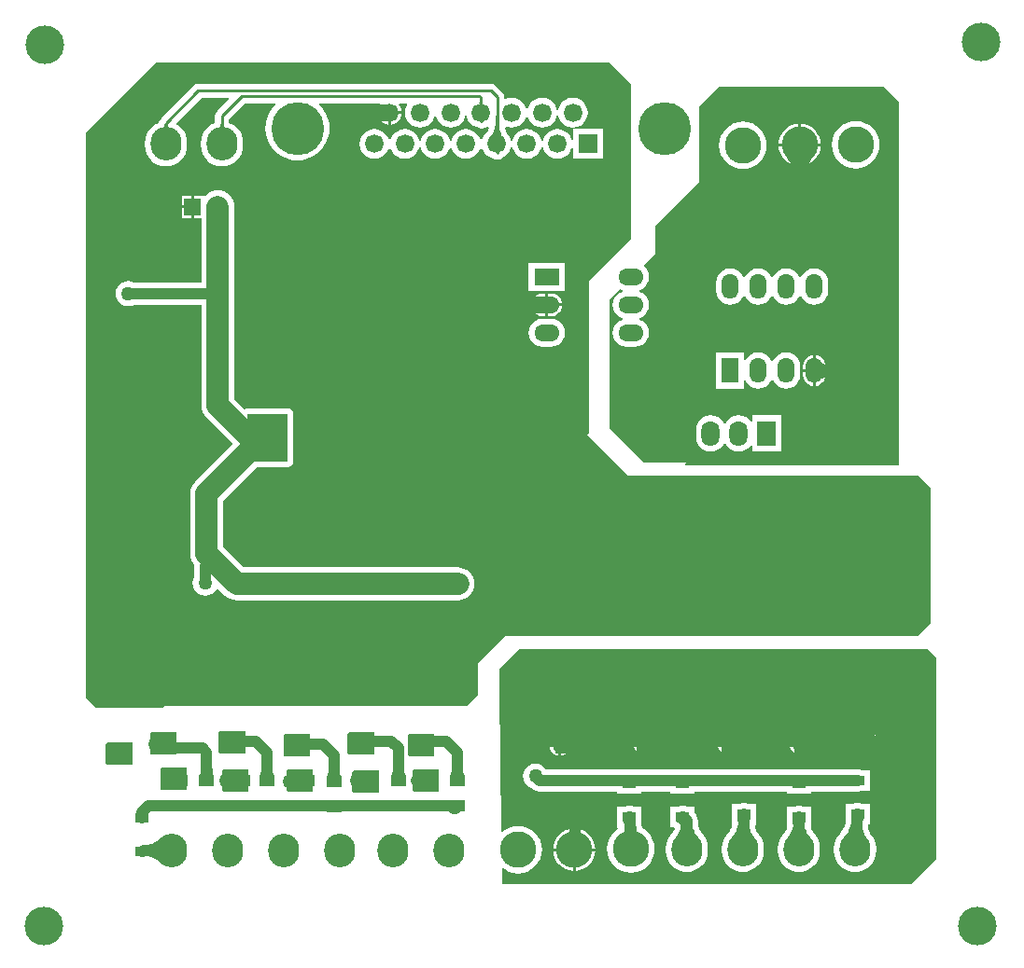
<source format=gbl>
G04*
G04 #@! TF.GenerationSoftware,Altium Limited,Altium Designer,20.1.12 (249)*
G04*
G04 Layer_Physical_Order=2*
G04 Layer_Color=16711680*
%FSTAX24Y24*%
%MOIN*%
G70*
G04*
G04 #@! TF.SameCoordinates,16AA3A95-E13F-4B7F-BF52-5902ACF92DE2*
G04*
G04*
G04 #@! TF.FilePolarity,Positive*
G04*
G01*
G75*
%ADD17C,0.0100*%
%ADD20R,0.0550X0.0394*%
%ADD30R,0.0472X0.0354*%
%ADD31R,0.0472X0.0354*%
%ADD65C,0.0591*%
%ADD66C,0.0394*%
%ADD67C,0.0787*%
%ADD68C,0.1890*%
%ADD69C,0.0665*%
%ADD70R,0.0665X0.0665*%
%ADD71O,0.1100X0.1200*%
%ADD72C,0.1300*%
%ADD73O,0.0650X0.0900*%
%ADD74R,0.0650X0.0900*%
%ADD75R,0.0600X0.0900*%
%ADD76O,0.0600X0.0900*%
%ADD77O,0.0900X0.0600*%
%ADD78R,0.0900X0.0600*%
%ADD79C,0.0591*%
%ADD80R,0.0591X0.0591*%
%ADD81C,0.1378*%
%ADD82C,0.0500*%
%ADD83C,0.0394*%
G36*
X045372Y047806D02*
Y034806D01*
X037744D01*
X037723Y03483D01*
X037734Y034887D01*
X037772Y034906D01*
X037675D01*
X037675Y034906D01*
X037674Y034906D01*
X036272D01*
X035022Y036156D01*
Y040756D01*
X03539Y041124D01*
X035399Y041116D01*
X035493Y041077D01*
Y041023D01*
X035399Y040984D01*
X035296Y040904D01*
X035216Y040801D01*
X035166Y04068D01*
X035149Y04055D01*
X035166Y04042D01*
X035216Y040299D01*
X035296Y040196D01*
X035399Y040116D01*
X035493Y040077D01*
Y040023D01*
X035399Y039984D01*
X035296Y039904D01*
X035216Y039801D01*
X035166Y03968D01*
X035149Y03955D01*
X035166Y03942D01*
X035216Y039299D01*
X035296Y039196D01*
X035399Y039116D01*
X03552Y039066D01*
X03565Y039049D01*
X03595D01*
X03608Y039066D01*
X036201Y039116D01*
X036304Y039196D01*
X036384Y039299D01*
X036434Y03942D01*
X036451Y03955D01*
X036434Y03968D01*
X036384Y039801D01*
X036304Y039904D01*
X036201Y039984D01*
X036107Y040023D01*
Y040077D01*
X036201Y040116D01*
X036304Y040196D01*
X036384Y040299D01*
X036434Y04042D01*
X036451Y04055D01*
X036434Y04068D01*
X036384Y040801D01*
X036304Y040904D01*
X036201Y040984D01*
X036107Y041023D01*
Y041077D01*
X036201Y041116D01*
X036304Y041196D01*
X036384Y041299D01*
X036434Y04142D01*
X036451Y04155D01*
X036434Y04168D01*
X036384Y041801D01*
X036304Y041904D01*
X036259Y041939D01*
X036255Y041989D01*
X036661Y042395D01*
Y043395D01*
X038222Y044956D01*
Y047656D01*
X038922Y048356D01*
X044822D01*
X045372Y047806D01*
D02*
G37*
G36*
X0358Y04845D02*
Y0429D01*
X0343Y0414D01*
Y03595D01*
X03425Y0359D01*
X0357Y03445D01*
X04605D01*
X0465Y034D01*
Y02915D01*
X04605Y0287D01*
X0313D01*
X03035Y02775D01*
Y0266D01*
X02995Y0262D01*
X01915D01*
X0191Y02615D01*
X0167D01*
X01635Y0265D01*
Y0467D01*
X01885Y0492D01*
X03505D01*
X0358Y04845D01*
D02*
G37*
G36*
X022027Y024519D02*
X021127D01*
X021077Y024569D01*
Y025269D01*
X021127Y025319D01*
X022027D01*
Y024519D01*
D02*
G37*
G36*
X026627Y024469D02*
X025727D01*
X025677Y024519D01*
Y025219D01*
X025727Y025269D01*
X026627D01*
Y024469D01*
D02*
G37*
G36*
X019577D02*
X018677D01*
X018627Y024519D01*
Y025219D01*
X018677Y025269D01*
X019577D01*
Y024469D01*
D02*
G37*
G36*
X028777Y024419D02*
X027877D01*
X027827Y024469D01*
Y025169D01*
X027877Y025219D01*
X028777D01*
Y024419D01*
D02*
G37*
G36*
X02435Y0244D02*
X02345D01*
X0234Y02445D01*
Y02515D01*
X02345Y0252D01*
X02435D01*
Y0244D01*
D02*
G37*
G36*
X018Y0241D02*
X0171D01*
X01705Y02415D01*
Y02485D01*
X0171Y0249D01*
X018D01*
Y0241D01*
D02*
G37*
G36*
X029798Y024065D02*
X029809Y023887D01*
X029816Y023844D01*
X029825Y023809D01*
X029835Y023781D01*
X029846Y023761D01*
X029859Y02375D01*
X029874Y023746D01*
X029326D01*
X029341Y02375D01*
X029354Y023761D01*
X029365Y023781D01*
X029375Y023809D01*
X029384Y023844D01*
X029391Y023887D01*
X029396Y023939D01*
X029402Y024065D01*
X029403Y024139D01*
X029797D01*
X029798Y024065D01*
D02*
G37*
G36*
X027698D02*
X027709Y023887D01*
X027716Y023844D01*
X027725Y023809D01*
X027735Y023781D01*
X027746Y023761D01*
X027759Y02375D01*
X027774Y023746D01*
X027226D01*
X027241Y02375D01*
X027254Y023761D01*
X027265Y023781D01*
X027275Y023809D01*
X027284Y023844D01*
X027291Y023887D01*
X027296Y023939D01*
X027302Y024065D01*
X027303Y024139D01*
X027697D01*
X027698Y024065D01*
D02*
G37*
G36*
X022998D02*
X023009Y023887D01*
X023016Y023844D01*
X023025Y023809D01*
X023035Y023781D01*
X023046Y023761D01*
X023059Y02375D01*
X023074Y023746D01*
X022526D01*
X022541Y02375D01*
X022554Y023761D01*
X022565Y023781D01*
X022575Y023809D01*
X022584Y023844D01*
X022591Y023887D01*
X022596Y023939D01*
X022602Y024065D01*
X022603Y024139D01*
X022997D01*
X022998Y024065D01*
D02*
G37*
G36*
X020848D02*
X020859Y023887D01*
X020866Y023844D01*
X020875Y023809D01*
X020885Y023781D01*
X020896Y023761D01*
X020909Y02375D01*
X020924Y023746D01*
X020376D01*
X020391Y02375D01*
X020404Y023761D01*
X020415Y023781D01*
X020425Y023809D01*
X020434Y023844D01*
X020441Y023887D01*
X020446Y023939D01*
X020452Y024065D01*
X020453Y024139D01*
X020847D01*
X020848Y024065D01*
D02*
G37*
G36*
X025398Y024015D02*
X025409Y023837D01*
X025416Y023794D01*
X025425Y023759D01*
X025435Y023731D01*
X025446Y023711D01*
X025459Y0237D01*
X025474Y023696D01*
X024926D01*
X024941Y0237D01*
X024954Y023711D01*
X024965Y023731D01*
X024975Y023759D01*
X024984Y023794D01*
X024991Y023837D01*
X024996Y023889D01*
X025002Y024015D01*
X025003Y024089D01*
X025397D01*
X025398Y024015D01*
D02*
G37*
G36*
X01995Y0232D02*
X01905D01*
X019Y02325D01*
Y02395D01*
X01905Y024D01*
X01995D01*
Y0232D01*
D02*
G37*
G36*
X02895Y02315D02*
X02805D01*
X028Y0232D01*
Y0239D01*
X02805Y02395D01*
X02895D01*
Y02315D01*
D02*
G37*
G36*
X02445D02*
X02355D01*
X0235Y0232D01*
Y0239D01*
X02355Y02395D01*
X02445D01*
Y02315D01*
D02*
G37*
G36*
X02215D02*
X02125D01*
X0212Y0232D01*
Y0239D01*
X02125Y02395D01*
X02215D01*
Y02315D01*
D02*
G37*
G36*
X0268Y0231D02*
X0259D01*
X02585Y02315D01*
Y02385D01*
X0259Y0239D01*
X0268D01*
Y0231D01*
D02*
G37*
G36*
X019076Y020555D02*
X019007Y020611D01*
X018875Y020707D01*
X018812Y020746D01*
X018751Y020779D01*
X018692Y020805D01*
X018635Y020826D01*
X01858Y020841D01*
X018527Y02085D01*
X018477Y020853D01*
Y021247D01*
X018527Y02125D01*
X01858Y021259D01*
X018635Y021274D01*
X018692Y021295D01*
X018751Y021321D01*
X018812Y021354D01*
X018875Y021393D01*
X019007Y021489D01*
X019076Y021545D01*
Y020555D01*
D02*
G37*
G36*
X0467Y02795D02*
Y02075D01*
X0458Y01985D01*
X0312D01*
X031192Y020397D01*
X031237Y020419D01*
X031301Y020366D01*
X031448Y020288D01*
X031608Y020239D01*
X031774Y020223D01*
X03194Y020239D01*
X032099Y020288D01*
X032247Y020366D01*
X032376Y020472D01*
X032481Y020601D01*
X03256Y020748D01*
X032608Y020908D01*
X032625Y021074D01*
X032608Y02124D01*
X03256Y021399D01*
X032481Y021547D01*
X032376Y021676D01*
X032247Y021781D01*
X032099Y02186D01*
X03194Y021908D01*
X031774Y021925D01*
X031608Y021908D01*
X031448Y02186D01*
X031301Y021781D01*
X031218Y021714D01*
X031173Y021735D01*
X0311Y02685D01*
Y02755D01*
X0318Y02825D01*
X0464D01*
X0467Y02795D01*
D02*
G37*
%LPC*%
G36*
X041876Y047025D02*
Y046326D01*
X042575D01*
X042565Y046423D01*
X042522Y046565D01*
X042453Y046695D01*
X042359Y046809D01*
X042245Y046903D01*
X042115Y046972D01*
X041973Y047015D01*
X041876Y047025D01*
D02*
G37*
G36*
X041776Y047025D02*
X041679Y047015D01*
X041538Y046972D01*
X041407Y046903D01*
X041293Y046809D01*
X0412Y046695D01*
X04113Y046565D01*
X041087Y046423D01*
X041077Y046326D01*
X041776D01*
Y047025D01*
D02*
G37*
G36*
X042575Y046226D02*
X041876D01*
Y045817D01*
X042286D01*
X042236Y045755D01*
X042191Y045674D01*
X042165Y045607D01*
X042245Y04565D01*
X042359Y045743D01*
X042453Y045858D01*
X042522Y045988D01*
X042565Y046129D01*
X042575Y046226D01*
D02*
G37*
G36*
X041776D02*
X041077D01*
X041087Y046129D01*
X04113Y045988D01*
X0412Y045858D01*
X041293Y045743D01*
X041407Y04565D01*
X041488Y045607D01*
X041461Y045674D01*
X041416Y045755D01*
X041366Y045817D01*
X041776D01*
Y046226D01*
D02*
G37*
G36*
X043826Y047127D02*
X04366Y047111D01*
X043501Y047062D01*
X043353Y046984D01*
X043224Y046878D01*
X043119Y046749D01*
X04304Y046602D01*
X042992Y046442D01*
X042975Y046276D01*
X042992Y04611D01*
X04304Y045951D01*
X043119Y045803D01*
X043224Y045674D01*
X043353Y045569D01*
X043501Y04549D01*
X04366Y045442D01*
X043826Y045425D01*
X043992Y045442D01*
X044152Y04549D01*
X044299Y045569D01*
X044428Y045674D01*
X044534Y045803D01*
X044612Y045951D01*
X044661Y04611D01*
X044677Y046276D01*
X044661Y046442D01*
X044612Y046602D01*
X044534Y046749D01*
X044428Y046878D01*
X044299Y046984D01*
X044152Y047062D01*
X043992Y047111D01*
X043826Y047127D01*
D02*
G37*
G36*
X0398Y047101D02*
X039634Y047085D01*
X039474Y047036D01*
X039327Y046958D01*
X039198Y046852D01*
X039092Y046723D01*
X039014Y046576D01*
X038965Y046416D01*
X038949Y04625D01*
X038965Y046084D01*
X039014Y045924D01*
X039092Y045777D01*
X039198Y045648D01*
X039327Y045542D01*
X039474Y045464D01*
X039634Y045415D01*
X0398Y045399D01*
X039966Y045415D01*
X040126Y045464D01*
X040273Y045542D01*
X040402Y045648D01*
X040508Y045777D01*
X040586Y045924D01*
X040635Y046084D01*
X040651Y04625D01*
X040635Y046416D01*
X040586Y046576D01*
X040508Y046723D01*
X040402Y046852D01*
X040273Y046958D01*
X040126Y047036D01*
X039966Y047085D01*
X0398Y047101D01*
D02*
G37*
G36*
X04235Y041851D02*
X04222Y041834D01*
X042099Y041784D01*
X041996Y041704D01*
X041916Y041601D01*
X041877Y041507D01*
X041823D01*
X041784Y041601D01*
X041704Y041704D01*
X041601Y041784D01*
X04148Y041834D01*
X04135Y041851D01*
X04122Y041834D01*
X041099Y041784D01*
X040996Y041704D01*
X040916Y041601D01*
X040877Y041507D01*
X040823D01*
X040784Y041601D01*
X040704Y041704D01*
X040601Y041784D01*
X04048Y041834D01*
X04035Y041851D01*
X04022Y041834D01*
X040099Y041784D01*
X039996Y041704D01*
X039916Y041601D01*
X039877Y041507D01*
X039823D01*
X039784Y041601D01*
X039704Y041704D01*
X039601Y041784D01*
X03948Y041834D01*
X03935Y041851D01*
X03922Y041834D01*
X039099Y041784D01*
X038996Y041704D01*
X038916Y041601D01*
X038866Y04148D01*
X038849Y04135D01*
Y04105D01*
X038866Y04092D01*
X038916Y040799D01*
X038996Y040696D01*
X039099Y040616D01*
X03922Y040566D01*
X03935Y040549D01*
X03948Y040566D01*
X039601Y040616D01*
X039704Y040696D01*
X039784Y040799D01*
X039823Y040893D01*
X039877D01*
X039916Y040799D01*
X039996Y040696D01*
X040099Y040616D01*
X04022Y040566D01*
X04035Y040549D01*
X04048Y040566D01*
X040601Y040616D01*
X040704Y040696D01*
X040784Y040799D01*
X040823Y040893D01*
X040877D01*
X040916Y040799D01*
X040996Y040696D01*
X041099Y040616D01*
X04122Y040566D01*
X04135Y040549D01*
X04148Y040566D01*
X041601Y040616D01*
X041704Y040696D01*
X041784Y040799D01*
X041823Y040893D01*
X041877D01*
X041916Y040799D01*
X041996Y040696D01*
X042099Y040616D01*
X04222Y040566D01*
X04235Y040549D01*
X04248Y040566D01*
X042601Y040616D01*
X042704Y040696D01*
X042784Y040799D01*
X042834Y04092D01*
X042851Y04105D01*
Y04135D01*
X042834Y04148D01*
X042784Y041601D01*
X042704Y041704D01*
X042601Y041784D01*
X04248Y041834D01*
X04235Y041851D01*
D02*
G37*
G36*
X04135Y038851D02*
X04122Y038834D01*
X041099Y038784D01*
X040996Y038704D01*
X040916Y038601D01*
X040877Y038507D01*
X040823D01*
X040784Y038601D01*
X040704Y038704D01*
X040601Y038784D01*
X04048Y038834D01*
X04035Y038851D01*
X04022Y038834D01*
X040099Y038784D01*
X039996Y038704D01*
X039916Y038601D01*
X039897Y038554D01*
X039847Y038564D01*
Y038847D01*
X038853D01*
Y037553D01*
X039847D01*
Y037836D01*
X039897Y037846D01*
X039916Y037799D01*
X039996Y037696D01*
X040099Y037616D01*
X04022Y037566D01*
X04035Y037549D01*
X04048Y037566D01*
X040601Y037616D01*
X040704Y037696D01*
X040784Y037799D01*
X040823Y037893D01*
X040877D01*
X040916Y037799D01*
X040996Y037696D01*
X041099Y037616D01*
X04122Y037566D01*
X04135Y037549D01*
X04148Y037566D01*
X041601Y037616D01*
X041704Y037696D01*
X041784Y037799D01*
X041834Y03792D01*
X041851Y03805D01*
Y03835D01*
X041834Y03848D01*
X041784Y038601D01*
X041704Y038704D01*
X041601Y038784D01*
X04148Y038834D01*
X04135Y038851D01*
D02*
G37*
G36*
X0424Y038747D02*
Y03825D01*
X042562D01*
Y038562D01*
X04259Y038531D01*
X04262Y038503D01*
X042651Y038478D01*
X042685Y038456D01*
X042719Y038438D01*
X042743Y038429D01*
X04274Y038454D01*
X042699Y038552D01*
X042635Y038635D01*
X042552Y038699D01*
X042454Y03874D01*
X0424Y038747D01*
D02*
G37*
G36*
X0423D02*
X042246Y03874D01*
X042148Y038699D01*
X042065Y038635D01*
X042001Y038552D01*
X04196Y038454D01*
X041947Y03835D01*
Y03825D01*
X0423D01*
Y038747D01*
D02*
G37*
G36*
X042562Y03815D02*
X0424D01*
Y037653D01*
X042454Y03766D01*
X042552Y037701D01*
X042635Y037765D01*
X042699Y037848D01*
X04274Y037946D01*
X042743Y037971D01*
X042719Y037962D01*
X042685Y037944D01*
X042651Y037922D01*
X04262Y037897D01*
X04259Y037869D01*
X042562Y037838D01*
Y03815D01*
D02*
G37*
G36*
X0423D02*
X041947D01*
Y03805D01*
X04196Y037946D01*
X042001Y037848D01*
X042065Y037765D01*
X042148Y037701D01*
X042246Y03766D01*
X0423Y037653D01*
Y03815D01*
D02*
G37*
G36*
X03965Y036601D02*
X039514Y036583D01*
X039387Y036531D01*
X039278Y036447D01*
X039194Y036338D01*
X039175Y036292D01*
X039125D01*
X039106Y036338D01*
X039022Y036447D01*
X038913Y036531D01*
X038786Y036583D01*
X03865Y036601D01*
X038514Y036583D01*
X038387Y036531D01*
X038278Y036447D01*
X038194Y036338D01*
X038142Y036211D01*
X038124Y036075D01*
Y035825D01*
X038142Y035689D01*
X038194Y035562D01*
X038278Y035453D01*
X038387Y035369D01*
X038514Y035317D01*
X03865Y035299D01*
X038786Y035317D01*
X038913Y035369D01*
X039022Y035453D01*
X039106Y035562D01*
X039125Y035608D01*
X039175D01*
X039194Y035562D01*
X039278Y035453D01*
X039387Y035369D01*
X039514Y035317D01*
X03965Y035299D01*
X039786Y035317D01*
X039913Y035369D01*
X040022Y035453D01*
X040078Y035526D01*
X040128Y035509D01*
Y035303D01*
X041172D01*
Y036597D01*
X040128D01*
Y036391D01*
X040078Y036374D01*
X040022Y036447D01*
X039913Y036531D01*
X039786Y036583D01*
X03965Y036601D01*
D02*
G37*
G36*
X027608Y047369D02*
X027228D01*
Y046989D01*
X027291Y046997D01*
X027397Y047041D01*
X027487Y04711D01*
X027556Y047201D01*
X0276Y047306D01*
X027608Y047369D01*
D02*
G37*
G36*
X027128D02*
X026749D01*
X026757Y047306D01*
X0268Y047201D01*
X02687Y04711D01*
X02696Y047041D01*
X027065Y046997D01*
X027128Y046989D01*
Y047369D01*
D02*
G37*
G36*
X0308Y048452D02*
X02035D01*
X020254Y048433D01*
X020172Y048378D01*
X019022Y047228D01*
X018967Y047146D01*
X018949Y047054D01*
X018913Y047043D01*
X018881Y047026D01*
X018874Y047025D01*
X01887Y047023D01*
X018866Y047022D01*
X01885Y04701D01*
X018783Y046974D01*
X018669Y046881D01*
X018576Y046767D01*
X018507Y046637D01*
X018464Y046496D01*
X01845Y04635D01*
Y04625D01*
X018464Y046104D01*
X018507Y045963D01*
X018576Y045833D01*
X018669Y045719D01*
X018783Y045626D01*
X018913Y045557D01*
X019054Y045514D01*
X0192Y0455D01*
X019346Y045514D01*
X019487Y045557D01*
X019617Y045626D01*
X019731Y045719D01*
X019824Y045833D01*
X019893Y045963D01*
X019936Y046104D01*
X01995Y04625D01*
Y04635D01*
X019936Y046496D01*
X019893Y046637D01*
X019824Y046767D01*
X019731Y046881D01*
X019617Y046974D01*
X019574Y046997D01*
X019562Y047049D01*
X019566Y04706D01*
X020454Y047948D01*
X021427D01*
X021446Y047902D01*
X021022Y047478D01*
X020967Y047396D01*
X020948Y0473D01*
Y047054D01*
X020913Y047043D01*
X020881Y047026D01*
X020874Y047025D01*
X02087Y047023D01*
X020866Y047022D01*
X02085Y04701D01*
X020783Y046974D01*
X020669Y046881D01*
X020576Y046767D01*
X020507Y046637D01*
X020464Y046496D01*
X02045Y04635D01*
Y04625D01*
X020464Y046104D01*
X020507Y045963D01*
X020576Y045833D01*
X020669Y045719D01*
X020783Y045626D01*
X020913Y045557D01*
X021054Y045514D01*
X0212Y0455D01*
X021346Y045514D01*
X021487Y045557D01*
X021617Y045626D01*
X021731Y045719D01*
X021824Y045833D01*
X021893Y045963D01*
X021936Y046104D01*
X02195Y04625D01*
Y04635D01*
X021936Y046496D01*
X021893Y046637D01*
X021824Y046767D01*
X021731Y046881D01*
X021617Y046974D01*
X02155Y04701D01*
X021534Y047021D01*
X02153Y047022D01*
X021526Y047025D01*
X021519Y047026D01*
X021487Y047043D01*
X021452Y047054D01*
Y047196D01*
X022004Y047748D01*
X023101D01*
X023118Y047701D01*
X023081Y04767D01*
X022964Y047533D01*
X022871Y04738D01*
X022802Y047214D01*
X02276Y047039D01*
X022746Y04686D01*
X02276Y046681D01*
X022802Y046506D01*
X022871Y04634D01*
X022964Y046187D01*
X023081Y04605D01*
X023218Y045933D01*
X023371Y045839D01*
X023537Y045771D01*
X023712Y045729D01*
X023891Y045715D01*
X02407Y045729D01*
X024245Y045771D01*
X024411Y045839D01*
X024564Y045933D01*
X024701Y04605D01*
X024817Y046187D01*
X024911Y04634D01*
X02498Y046506D01*
X025022Y046681D01*
X025036Y04686D01*
X025022Y047039D01*
X02498Y047214D01*
X024911Y04738D01*
X024817Y047533D01*
X024701Y04767D01*
X024664Y047701D01*
X024681Y047748D01*
X026823D01*
X026847Y047698D01*
X0268Y047637D01*
X026757Y047532D01*
X026749Y047469D01*
X027178D01*
X027608D01*
X0276Y047532D01*
X027556Y047637D01*
X027509Y047698D01*
X027534Y047748D01*
X027798D01*
X02782Y047703D01*
X027806Y047686D01*
X027753Y047557D01*
X027735Y047419D01*
X027753Y047281D01*
X027806Y047152D01*
X027891Y047041D01*
X028002Y046956D01*
X028131Y046903D01*
X028269Y046885D01*
X028407Y046903D01*
X028536Y046956D01*
X028647Y047041D01*
X028731Y047152D01*
X028785Y047281D01*
X028789Y047312D01*
X028839D01*
X028844Y047281D01*
X028897Y047152D01*
X028982Y047041D01*
X029092Y046956D01*
X029221Y046903D01*
X029359Y046885D01*
X029498Y046903D01*
X029626Y046956D01*
X029737Y047041D01*
X029822Y047152D01*
X029875Y047281D01*
X02988Y047312D01*
X02993D01*
X029934Y047281D01*
X029987Y047152D01*
X030072Y047041D01*
X030183Y046956D01*
X030312Y046903D01*
X030336Y0469D01*
X030385Y046867D01*
X030481Y046848D01*
X030577Y046867D01*
X030659Y046922D01*
X030691Y046927D01*
X030731Y046886D01*
X030731Y046884D01*
X030713Y046828D01*
X030693Y046781D01*
X030672Y046743D01*
X030651Y046713D01*
X030623Y046682D01*
X030618Y046678D01*
X030533Y046568D01*
X030479Y046439D01*
X030475Y046407D01*
X030425D01*
X030421Y046439D01*
X030367Y046568D01*
X030282Y046678D01*
X030172Y046763D01*
X030043Y046817D01*
X029905Y046835D01*
X029766Y046817D01*
X029638Y046763D01*
X029527Y046678D01*
X029442Y046568D01*
X029389Y046439D01*
X029385Y046407D01*
X029334D01*
X02933Y046439D01*
X029277Y046568D01*
X029192Y046678D01*
X029081Y046763D01*
X028952Y046817D01*
X028814Y046835D01*
X028676Y046817D01*
X028547Y046763D01*
X028437Y046678D01*
X028352Y046568D01*
X028298Y046439D01*
X028294Y046407D01*
X028244D01*
X02824Y046439D01*
X028186Y046568D01*
X028101Y046678D01*
X027991Y046763D01*
X027862Y046817D01*
X027724Y046835D01*
X027585Y046817D01*
X027457Y046763D01*
X027346Y046678D01*
X027261Y046568D01*
X027208Y046439D01*
X027206Y046424D01*
X027155D01*
X027154Y046437D01*
X0271Y046566D01*
X027015Y046676D01*
X026905Y046761D01*
X026776Y046815D01*
X026638Y046833D01*
X0265Y046815D01*
X026371Y046761D01*
X02626Y046676D01*
X026175Y046566D01*
X026122Y046437D01*
X026104Y046299D01*
X026122Y046161D01*
X026175Y046032D01*
X02626Y045921D01*
X026371Y045836D01*
X0265Y045783D01*
X026638Y045765D01*
X026776Y045783D01*
X026905Y045836D01*
X027015Y045921D01*
X0271Y046032D01*
X027154Y046161D01*
X027156Y046175D01*
X027206D01*
X027208Y046163D01*
X027261Y046034D01*
X027346Y045923D01*
X027457Y045838D01*
X027585Y045785D01*
X027724Y045767D01*
X027862Y045785D01*
X027991Y045838D01*
X028101Y045923D01*
X028186Y046034D01*
X02824Y046163D01*
X028244Y046194D01*
X028294D01*
X028298Y046163D01*
X028352Y046034D01*
X028437Y045923D01*
X028547Y045838D01*
X028676Y045785D01*
X028814Y045767D01*
X028952Y045785D01*
X029081Y045838D01*
X029192Y045923D01*
X029277Y046034D01*
X02933Y046163D01*
X029334Y046194D01*
X029385D01*
X029389Y046163D01*
X029442Y046034D01*
X029527Y045923D01*
X029638Y045838D01*
X029766Y045785D01*
X029905Y045767D01*
X030043Y045785D01*
X030172Y045838D01*
X030282Y045923D01*
X030367Y046034D01*
X030421Y046163D01*
X030425Y046194D01*
X030475D01*
X030479Y046163D01*
X030533Y046034D01*
X030618Y045923D01*
X030728Y045838D01*
X030857Y045785D01*
X030882Y045782D01*
X03093Y045749D01*
X031026Y04573D01*
X031123Y045749D01*
X031204Y045804D01*
X031214Y045818D01*
X031262Y045838D01*
X031373Y045923D01*
X031458Y046034D01*
X031511Y046163D01*
X031515Y046194D01*
X031566D01*
X03157Y046163D01*
X031623Y046034D01*
X031708Y045923D01*
X031819Y045838D01*
X031948Y045785D01*
X032086Y045767D01*
X032224Y045785D01*
X032353Y045838D01*
X032463Y045923D01*
X032548Y046034D01*
X032602Y046163D01*
X032606Y046194D01*
X032656D01*
X03266Y046163D01*
X032714Y046034D01*
X032799Y045923D01*
X032909Y045838D01*
X033038Y045785D01*
X033176Y045767D01*
X033315Y045785D01*
X033443Y045838D01*
X033554Y045923D01*
X033639Y046034D01*
X033687Y046151D01*
X033737Y046141D01*
Y045771D01*
X034796D01*
Y04683D01*
X033737D01*
Y046461D01*
X033687Y046451D01*
X033639Y046568D01*
X033554Y046678D01*
X033443Y046763D01*
X033315Y046817D01*
X033176Y046835D01*
X033038Y046817D01*
X032909Y046763D01*
X032799Y046678D01*
X032714Y046568D01*
X03266Y046439D01*
X032656Y046407D01*
X032606D01*
X032602Y046439D01*
X032548Y046568D01*
X032463Y046678D01*
X032353Y046763D01*
X032224Y046817D01*
X032086Y046835D01*
X031948Y046817D01*
X031819Y046763D01*
X031708Y046678D01*
X031623Y046568D01*
X03157Y046439D01*
X031566Y046407D01*
X031515D01*
X031511Y046439D01*
X031458Y046568D01*
X031401Y046642D01*
X031395Y046653D01*
X031373Y046681D01*
X031359Y046705D01*
X031343Y046741D01*
X031328Y046788D01*
X031313Y046847D01*
X031305Y046889D01*
X031347Y046926D01*
X031402Y046903D01*
X031541Y046885D01*
X031679Y046903D01*
X031808Y046956D01*
X031918Y047041D01*
X032003Y047152D01*
X032056Y047281D01*
X032061Y047312D01*
X032111D01*
X032115Y047281D01*
X032169Y047152D01*
X032253Y047041D01*
X032364Y046956D01*
X032493Y046903D01*
X032631Y046885D01*
X032769Y046903D01*
X032898Y046956D01*
X033009Y047041D01*
X033094Y047152D01*
X033147Y047281D01*
X033151Y047312D01*
X033202D01*
X033206Y047281D01*
X033259Y047152D01*
X033344Y047041D01*
X033455Y046956D01*
X033583Y046903D01*
X033722Y046885D01*
X03386Y046903D01*
X033989Y046956D01*
X034099Y047041D01*
X034184Y047152D01*
X034238Y047281D01*
X034256Y047419D01*
X034238Y047557D01*
X034184Y047686D01*
X034099Y047797D01*
X033989Y047881D01*
X03386Y047935D01*
X033722Y047953D01*
X033583Y047935D01*
X033455Y047881D01*
X033344Y047797D01*
X033259Y047686D01*
X033206Y047557D01*
X033202Y047526D01*
X033151D01*
X033147Y047557D01*
X033094Y047686D01*
X033009Y047797D01*
X032898Y047881D01*
X032769Y047935D01*
X032631Y047953D01*
X032493Y047935D01*
X032364Y047881D01*
X032253Y047797D01*
X032169Y047686D01*
X032115Y047557D01*
X032111Y047525D01*
X032061D01*
X032056Y047557D01*
X032003Y047686D01*
X031918Y047797D01*
X031808Y047881D01*
X031679Y047935D01*
X031541Y047953D01*
X031402Y047935D01*
X03132Y047901D01*
X031278Y047928D01*
Y047974D01*
X031259Y04807D01*
X031204Y048152D01*
X030978Y048378D01*
X030896Y048433D01*
X0308Y048452D01*
D02*
G37*
G36*
X02105Y044643D02*
X020934Y044632D01*
X020823Y044598D01*
X02072Y044543D01*
X02063Y04447D01*
X020595Y044427D01*
X020545Y044445D01*
Y044445D01*
X0202D01*
Y04405D01*
Y043655D01*
X020457D01*
Y041347D01*
X018059D01*
X017967Y041385D01*
X01785Y041401D01*
X017733Y041385D01*
X017625Y04134D01*
X017531Y041269D01*
X01746Y041175D01*
X017415Y041067D01*
X017399Y04095D01*
X017415Y040833D01*
X01746Y040725D01*
X017531Y040631D01*
X017625Y04056D01*
X017733Y040515D01*
X01785Y040499D01*
X017967Y040515D01*
X018059Y040553D01*
X020457D01*
Y03695D01*
X020468Y036834D01*
X020502Y036723D01*
X020557Y03662D01*
X02063Y03653D01*
X021586Y035575D01*
X02023Y03422D01*
X020157Y03413D01*
X020102Y034027D01*
X020068Y033916D01*
X020057Y0338D01*
Y03165D01*
X020068Y031534D01*
X020102Y031423D01*
X020157Y03132D01*
X02021Y031255D01*
X020203Y0312D01*
Y030809D01*
X020165Y030717D01*
X020149Y0306D01*
X020165Y030483D01*
X02021Y030375D01*
X020281Y030281D01*
X020375Y03021D01*
X020483Y030165D01*
X0206Y030149D01*
X020717Y030165D01*
X020825Y03021D01*
X020919Y030281D01*
X02099Y030375D01*
X021001Y030401D01*
X02105Y030411D01*
X021301Y030159D01*
X021391Y030086D01*
X021494Y030031D01*
X021605Y029997D01*
X021721Y029986D01*
X0274D01*
X027425Y029988D01*
X02745Y029986D01*
X029621D01*
X029737Y029997D01*
X029848Y030031D01*
X029951Y030086D01*
X030041Y030159D01*
X030114Y030249D01*
X030169Y030352D01*
X030203Y030463D01*
X030214Y030579D01*
X030203Y030695D01*
X030169Y030806D01*
X030114Y030909D01*
X030041Y030999D01*
X029951Y031072D01*
X029848Y031127D01*
X029737Y031161D01*
X029621Y031172D01*
X02745D01*
X027425Y03117D01*
X0274Y031172D01*
X021967D01*
X021243Y031896D01*
Y033554D01*
X022438Y034749D01*
X02355D01*
X023627Y034765D01*
X023692Y034808D01*
X023735Y034873D01*
X023751Y03495D01*
Y03655D01*
Y03665D01*
X023735Y036727D01*
X023692Y036792D01*
X023627Y036835D01*
X02355Y036851D01*
X0221D01*
X022023Y036835D01*
X022012Y036828D01*
X021643Y037196D01*
Y0411D01*
Y044027D01*
X021646Y04405D01*
X021635Y044139D01*
X021632Y044166D01*
X02163Y044171D01*
X021629Y044178D01*
X021625Y04419D01*
X021598Y044277D01*
X021543Y04438D01*
X02147Y04447D01*
X02138Y044543D01*
X021277Y044598D01*
X021166Y044632D01*
X02105Y044643D01*
D02*
G37*
G36*
X0201Y044445D02*
X019755D01*
Y0441D01*
X0201D01*
Y044445D01*
D02*
G37*
G36*
Y044D02*
X019755D01*
Y043655D01*
X0201D01*
Y044D01*
D02*
G37*
G36*
X033447Y042047D02*
X032153D01*
Y041053D01*
X033447D01*
Y042047D01*
D02*
G37*
G36*
X03295Y040953D02*
X03285D01*
Y0406D01*
X033347D01*
X03334Y040654D01*
X033299Y040752D01*
X033235Y040835D01*
X033152Y040899D01*
X033054Y04094D01*
X03295Y040953D01*
D02*
G37*
G36*
X03275D02*
X03265D01*
X032546Y04094D01*
X032448Y040899D01*
X032365Y040835D01*
X032301Y040752D01*
X03226Y040654D01*
X032253Y0406D01*
X03275D01*
Y040953D01*
D02*
G37*
G36*
X033347Y0405D02*
X03285D01*
Y040147D01*
X03295D01*
X033054Y04016D01*
X033152Y040201D01*
X033235Y040265D01*
X033299Y040348D01*
X03334Y040446D01*
X033347Y0405D01*
D02*
G37*
G36*
X03275D02*
X032253D01*
X03226Y040446D01*
X032301Y040348D01*
X032365Y040265D01*
X032448Y040201D01*
X032546Y04016D01*
X03265Y040147D01*
X03275D01*
Y0405D01*
D02*
G37*
G36*
X03295Y040051D02*
X03265D01*
X03252Y040034D01*
X032399Y039984D01*
X032296Y039904D01*
X032216Y039801D01*
X032166Y03968D01*
X032149Y03955D01*
X032166Y03942D01*
X032216Y039299D01*
X032296Y039196D01*
X032399Y039116D01*
X03252Y039066D01*
X03265Y039049D01*
X03295D01*
X03308Y039066D01*
X033201Y039116D01*
X033304Y039196D01*
X033384Y039299D01*
X033434Y03942D01*
X033451Y03955D01*
X033434Y03968D01*
X033384Y039801D01*
X033304Y039904D01*
X033201Y039984D01*
X03308Y040034D01*
X03295Y040051D01*
D02*
G37*
%LPD*%
G36*
X0305Y047905D02*
X030507Y047817D01*
X030511Y047795D01*
X030516Y047777D01*
X030522Y047762D01*
X030529Y04775D01*
X030536Y047742D01*
X030545Y047738D01*
X030355D01*
X030364Y047742D01*
X030371Y04775D01*
X030378Y047762D01*
X030384Y047777D01*
X030389Y047795D01*
X030393Y047817D01*
X030396Y047843D01*
X0304Y047905D01*
X0304Y047941D01*
X0305D01*
X0305Y047905D01*
D02*
G37*
G36*
X021252Y046967D02*
X021258Y04694D01*
X021268Y046916D01*
X021282Y046896D01*
X0213Y046879D01*
X021322Y046865D01*
X021348Y046854D01*
X021378Y046846D01*
X021412Y046841D01*
X021449Y046839D01*
X020951Y046839D01*
X020989Y046841D01*
X021022Y046846D01*
X021052Y046854D01*
X021078Y046865D01*
X0211Y046879D01*
X021118Y046896D01*
X021132Y046916D01*
X021142Y04694D01*
X021148Y046967D01*
X02115Y046997D01*
X02125D01*
X021252Y046967D01*
D02*
G37*
G36*
X019252D02*
X019258Y04694D01*
X019268Y046916D01*
X019282Y046896D01*
X0193Y046879D01*
X019322Y046865D01*
X019348Y046854D01*
X019378Y046846D01*
X019412Y046841D01*
X019449Y046839D01*
X018951Y046839D01*
X018989Y046841D01*
X019022Y046846D01*
X019052Y046854D01*
X019078Y046865D01*
X0191Y046879D01*
X019118Y046896D01*
X019132Y046916D01*
X019142Y04694D01*
X019148Y046967D01*
X01915Y046997D01*
X01925D01*
X019252Y046967D01*
D02*
G37*
G36*
X031076Y047289D02*
X031078Y047175D01*
X031102Y046885D01*
X031117Y046805D01*
X031135Y046733D01*
X031156Y046669D01*
X03118Y046614D01*
X031207Y046567D01*
X031238Y046528D01*
X030767Y046543D01*
X030807Y046586D01*
X030843Y046636D01*
X030874Y046694D01*
X030901Y046758D01*
X030924Y04683D01*
X030943Y046909D01*
X030958Y046996D01*
X030968Y047089D01*
X030976Y047298D01*
X031076Y047289D01*
D02*
G37*
G36*
X02355Y03655D02*
Y03495D01*
X0221D01*
Y03665D01*
X02355D01*
Y03655D01*
D02*
G37*
%LPC*%
G36*
X044551Y0252D02*
X04455Y0252D01*
X044494Y025127D01*
X044459Y025041D01*
X044454Y025D01*
X044551D01*
X044551Y0252D01*
D02*
G37*
G36*
X041651Y025167D02*
X041623Y025156D01*
X04155Y0251D01*
X041494Y025027D01*
X041459Y024941D01*
X041454Y0249D01*
X041651D01*
X041651Y025167D01*
D02*
G37*
G36*
X039051Y025138D02*
X039Y0251D01*
X038944Y025027D01*
X038909Y024941D01*
X038904Y0249D01*
X039051D01*
X039051Y025138D01*
D02*
G37*
G36*
X036001Y0251D02*
X036Y0251D01*
X035944Y025027D01*
X035909Y024941D01*
X035904Y0249D01*
X036001D01*
X036001Y0251D01*
D02*
G37*
G36*
X033101Y025117D02*
X033073Y025106D01*
X033Y02505D01*
X032944Y024977D01*
X032909Y024891D01*
X032904Y02485D01*
X033101D01*
Y025117D01*
D02*
G37*
G36*
X044551Y0249D02*
X044454D01*
X044459Y024859D01*
X044494Y024773D01*
X04455Y0247D01*
X044551Y0247D01*
Y0249D01*
D02*
G37*
G36*
X036001Y0248D02*
X035904D01*
X035909Y024759D01*
X035944Y024673D01*
X036Y0246D01*
X036001Y0246D01*
Y0248D01*
D02*
G37*
G36*
X039051D02*
X038904D01*
X038909Y024759D01*
X038944Y024673D01*
X039Y0246D01*
X039051Y024562D01*
Y0248D01*
D02*
G37*
G36*
X041651D02*
X041454D01*
X041459Y024759D01*
X041494Y024673D01*
X04155Y0246D01*
X041623Y024544D01*
X041651Y024533D01*
Y0248D01*
D02*
G37*
G36*
X033468Y024526D02*
X0333D01*
Y024454D01*
X033341Y024459D01*
X033427Y024494D01*
X033468Y024526D01*
D02*
G37*
G36*
X033101Y02475D02*
X032904D01*
X032909Y024709D01*
X032944Y024623D01*
X033Y02455D01*
X033073Y024494D01*
X033159Y024459D01*
X0332Y024454D01*
Y024526D01*
X033101D01*
Y02475D01*
D02*
G37*
G36*
X0324Y024151D02*
X032283Y024135D01*
X032175Y02409D01*
X032081Y024019D01*
X03201Y023925D01*
X031965Y023817D01*
X031949Y0237D01*
X031965Y023583D01*
X03201Y023475D01*
X032081Y023381D01*
X032175Y02331D01*
X032267Y023271D01*
X032269Y023269D01*
X032351Y023206D01*
X032447Y023166D01*
X03255Y023153D01*
X035317D01*
Y023076D01*
X036183D01*
Y023153D01*
X037217D01*
Y023076D01*
X038083D01*
Y023153D01*
X041367D01*
Y023076D01*
X042233D01*
Y023153D01*
X0439D01*
X044003Y023166D01*
X044026Y023176D01*
X044333D01*
Y023924D01*
X044026D01*
X044003Y023934D01*
X0439Y023947D01*
X032774D01*
X032719Y024019D01*
X032625Y02409D01*
X032517Y024135D01*
X0324Y024151D01*
D02*
G37*
G36*
X033824Y021823D02*
Y021124D01*
X034523D01*
X034513Y021221D01*
X03447Y021362D01*
X0344Y021493D01*
X034307Y021607D01*
X034193Y0217D01*
X034062Y02177D01*
X033921Y021813D01*
X033824Y021823D01*
D02*
G37*
G36*
X033724D02*
X033627Y021813D01*
X033485Y02177D01*
X033355Y0217D01*
X033241Y021607D01*
X033147Y021493D01*
X033078Y021362D01*
X033035Y021221D01*
X033025Y021124D01*
X033724D01*
Y021823D01*
D02*
G37*
G36*
X034523Y021024D02*
X033824D01*
Y020325D01*
X033921Y020335D01*
X034062Y020378D01*
X034193Y020447D01*
X034307Y020541D01*
X0344Y020655D01*
X03447Y020785D01*
X034513Y020927D01*
X034523Y021024D01*
D02*
G37*
G36*
X033724D02*
X033025D01*
X033035Y020927D01*
X033078Y020785D01*
X033147Y020655D01*
X033241Y020541D01*
X033355Y020447D01*
X033485Y020378D01*
X033627Y020335D01*
X033724Y020325D01*
Y021024D01*
D02*
G37*
G36*
X0439Y022747D02*
X04388D01*
X043778Y022734D01*
X043754Y022724D01*
X043467D01*
Y022356D01*
X043464Y02233D01*
Y022068D01*
X043463Y022068D01*
X043461Y022029D01*
X043456Y021998D01*
X043445Y021962D01*
X04343Y02192D01*
X043408Y021874D01*
X043381Y021824D01*
X043348Y021771D01*
X043258Y021648D01*
X043204Y021582D01*
X043195Y021567D01*
X04318Y021548D01*
X043111Y021418D01*
X043068Y021278D01*
X043053Y021131D01*
Y021031D01*
X043068Y020885D01*
X043111Y020744D01*
X04318Y020614D01*
X043273Y0205D01*
X043387Y020407D01*
X043517Y020338D01*
X043658Y020295D01*
X043804Y020281D01*
X04395Y020295D01*
X044091Y020338D01*
X044221Y020407D01*
X044335Y0205D01*
X044428Y020614D01*
X044497Y020744D01*
X04454Y020885D01*
X044554Y021031D01*
Y021131D01*
X04454Y021278D01*
X044497Y021418D01*
X044428Y021548D01*
X044414Y021565D01*
X044407Y021579D01*
X044375Y021619D01*
X044351Y021655D01*
X04433Y021692D01*
X044311Y021731D01*
X044295Y021772D01*
X044282Y021815D01*
X044272Y02186D01*
X044264Y021909D01*
X044263Y021927D01*
X044265Y021966D01*
X044266Y021976D01*
X044333D01*
Y022145D01*
X044334Y022148D01*
X044333Y022161D01*
X044336Y022174D01*
X044333Y022187D01*
Y022724D01*
X044026D01*
X044003Y022734D01*
X0439Y022747D01*
D02*
G37*
G36*
X0418Y022647D02*
X041697Y022634D01*
X041674Y022624D01*
X041367D01*
Y0221D01*
X041365Y022094D01*
X041366Y022084D01*
X041364Y022074D01*
X041367Y022061D01*
Y021876D01*
X041367Y021876D01*
X041367D01*
X04136Y021829D01*
X041357Y021821D01*
X041335Y021775D01*
X041309Y021729D01*
X041279Y021681D01*
X041243Y021632D01*
X041199Y021578D01*
X041192Y021563D01*
X041177Y021545D01*
X041107Y021415D01*
X041065Y021274D01*
X04105Y021128D01*
Y021028D01*
X041065Y020881D01*
X041107Y020741D01*
X041177Y020611D01*
X04127Y020497D01*
X041384Y020404D01*
X041513Y020334D01*
X041654Y020292D01*
X041801Y020277D01*
X041947Y020292D01*
X042088Y020334D01*
X042218Y020404D01*
X042331Y020497D01*
X042425Y020611D01*
X042494Y020741D01*
X042537Y020881D01*
X042551Y021028D01*
Y021128D01*
X042537Y021274D01*
X042494Y021415D01*
X042425Y021545D01*
X04241Y021563D01*
X042402Y021578D01*
X042358Y021632D01*
X042322Y021681D01*
X042291Y021729D01*
X042266Y021776D01*
X042244Y021822D01*
X042241Y021829D01*
X042233Y021876D01*
X042233Y021876D01*
Y022061D01*
X042236Y022074D01*
X042234Y022085D01*
X042235Y022096D01*
X042233Y0221D01*
Y022624D01*
X041926D01*
X041903Y022634D01*
X0418Y022647D01*
D02*
G37*
G36*
X03985Y022747D02*
X039845D01*
X039742Y022734D01*
X039719Y022724D01*
X039417D01*
Y022187D01*
X039414Y022174D01*
X039415Y022171D01*
X039414Y022167D01*
X039417Y022091D01*
Y021976D01*
X039417D01*
X03941Y021929D01*
X039396Y021888D01*
X039377Y021843D01*
X039353Y021795D01*
X039325Y021747D01*
X039247Y021636D01*
X039199Y021578D01*
X039191Y021563D01*
X039176Y021544D01*
X039107Y021414D01*
X039064Y021274D01*
X03905Y021127D01*
Y021027D01*
X039064Y020881D01*
X039107Y02074D01*
X039176Y02061D01*
X039269Y020497D01*
X039383Y020403D01*
X039513Y020334D01*
X039654Y020291D01*
X0398Y020277D01*
X039946Y020291D01*
X040087Y020334D01*
X040217Y020403D01*
X040331Y020497D01*
X040424Y02061D01*
X040493Y02074D01*
X040536Y020881D01*
X04055Y021027D01*
Y021127D01*
X040536Y021274D01*
X040493Y021414D01*
X040424Y021544D01*
X040409Y021562D01*
X040402Y021577D01*
X040363Y021624D01*
X040333Y021668D01*
X040306Y021711D01*
X040284Y021754D01*
X040265Y021798D01*
X04025Y021841D01*
X040238Y021885D01*
X04023Y021926D01*
X040231Y021932D01*
X040265Y021976D01*
X040283D01*
Y022151D01*
X040285Y022159D01*
X040284Y022166D01*
X040286Y022174D01*
X040283Y022187D01*
Y022724D01*
X039976D01*
X039953Y022734D01*
X03985Y022747D01*
D02*
G37*
G36*
X03767Y022647D02*
X03765D01*
X037547Y022634D01*
X037524Y022624D01*
X037217D01*
Y022101D01*
X037215Y022096D01*
X037216Y022085D01*
X037214Y022074D01*
X037217Y022061D01*
Y021876D01*
X037324D01*
X037358Y021826D01*
X037356Y021821D01*
X037335Y021775D01*
X037309Y021728D01*
X037278Y02168D01*
X037243Y021631D01*
X037199Y021577D01*
X037191Y021562D01*
X037176Y021544D01*
X037107Y021414D01*
X037064Y021274D01*
X03705Y021127D01*
Y021027D01*
X037064Y020881D01*
X037107Y02074D01*
X037176Y02061D01*
X037269Y020497D01*
X037383Y020403D01*
X037513Y020334D01*
X037654Y020291D01*
X0378Y020277D01*
X037946Y020291D01*
X038087Y020334D01*
X038217Y020403D01*
X038331Y020497D01*
X038424Y02061D01*
X038493Y02074D01*
X038536Y020881D01*
X03855Y021027D01*
Y021127D01*
X038536Y021274D01*
X038493Y021414D01*
X038424Y021544D01*
X038409Y021562D01*
X038401Y021577D01*
X038357Y021631D01*
X038322Y02168D01*
X038291Y021728D01*
X038265Y021775D01*
X038244Y021821D01*
X038227Y021865D01*
X038214Y021908D01*
X038205Y02195D01*
X0382Y021992D01*
X038197Y022042D01*
X038197Y022043D01*
Y02212D01*
X038184Y022222D01*
X038144Y022318D01*
X038083Y022397D01*
Y022624D01*
X037796D01*
X037772Y022634D01*
X03767Y022647D01*
D02*
G37*
G36*
X035755D02*
X03575D01*
X035647Y022634D01*
X035624Y022624D01*
X035317D01*
Y022087D01*
X035314Y022074D01*
X035316Y022066D01*
X035315Y022059D01*
X035317Y022051D01*
Y021876D01*
X035317D01*
X035332Y021832D01*
X035332Y02183D01*
X03532Y021802D01*
X035198Y021702D01*
X035092Y021573D01*
X035014Y021426D01*
X034965Y021266D01*
X034949Y0211D01*
X034965Y020934D01*
X035014Y020774D01*
X035092Y020627D01*
X035198Y020498D01*
X035327Y020392D01*
X035474Y020314D01*
X035634Y020265D01*
X0358Y020249D01*
X035966Y020265D01*
X036126Y020314D01*
X036273Y020392D01*
X036402Y020498D01*
X036508Y020627D01*
X036586Y020774D01*
X036635Y020934D01*
X036651Y0211D01*
X036635Y021266D01*
X036586Y021426D01*
X036508Y021573D01*
X036402Y021702D01*
X036273Y021808D01*
X03619Y021852D01*
X036183Y021969D01*
Y022061D01*
X036186Y022074D01*
X036183Y022087D01*
Y022624D01*
X035881D01*
X035858Y022634D01*
X035755Y022647D01*
D02*
G37*
%LPD*%
G36*
X04412Y02217D02*
X044107Y022158D01*
X044095Y022139D01*
X044085Y022111D01*
X044077Y022076D01*
X04407Y022032D01*
X044064Y021981D01*
X044062Y021923D01*
X044065Y021884D01*
X044075Y021823D01*
X044088Y021764D01*
X044105Y021707D01*
X044127Y021652D01*
X044151Y021599D01*
X04418Y021549D01*
X044213Y021501D01*
X044249Y021455D01*
X043359D01*
X043417Y021525D01*
X043514Y021659D01*
X043554Y021722D01*
X043587Y021784D01*
X043615Y021843D01*
X043636Y021899D01*
X043652Y021954D01*
X043661Y022006D01*
X043664Y022056D01*
X043665Y022055D01*
X043665Y022174D01*
X044135D01*
X04412Y02217D01*
D02*
G37*
G36*
X042028Y02207D02*
X042021Y022058D01*
X042016Y022039D01*
X042011Y022011D01*
X042007Y021976D01*
X042004Y021939D01*
X042007Y021918D01*
X04202Y021859D01*
X042037Y021801D01*
X042059Y021743D01*
X042087Y021684D01*
X042119Y021626D01*
X042156Y021568D01*
X042199Y02151D01*
X042246Y021451D01*
X041355D01*
X041402Y02151D01*
X041445Y021568D01*
X041482Y021626D01*
X041514Y021684D01*
X041541Y021742D01*
X041564Y021801D01*
X041581Y021859D01*
X041593Y021914D01*
X041585Y022039D01*
X041579Y022058D01*
X041572Y02207D01*
X041565Y022074D01*
X042035D01*
X042028Y02207D01*
D02*
G37*
G36*
X040073Y02217D02*
X040062Y022158D01*
X040053Y022139D01*
X040045Y022111D01*
X040038Y022076D01*
X040032Y022032D01*
X040026Y021945D01*
X040031Y021901D01*
X040042Y021841D01*
X040058Y021782D01*
X040078Y021725D01*
X040102Y021668D01*
X040131Y021612D01*
X040165Y021557D01*
X040203Y021504D01*
X040245Y021451D01*
X039355D01*
X039407Y021514D01*
X039494Y021639D01*
X03953Y021699D01*
X03956Y021759D01*
X039584Y021818D01*
X039604Y021876D01*
X039617Y021933D01*
X039622Y021965D01*
X039615Y022174D01*
X040085D01*
X040073Y02217D01*
D02*
G37*
G36*
X037897Y022033D02*
X037997D01*
X037999Y021975D01*
X038007Y021917D01*
X038019Y021858D01*
X038037Y0218D01*
X038059Y021742D01*
X038086Y021684D01*
X038119Y021625D01*
X038156Y021567D01*
X038198Y021509D01*
X038245Y021451D01*
X037355D01*
X037402Y021509D01*
X037444Y021567D01*
X037481Y021625D01*
X037514Y021684D01*
X037541Y021742D01*
X037563Y0218D01*
X037581Y021858D01*
X037586Y021882D01*
X037573Y021932D01*
X037556Y021976D01*
X037535Y022011D01*
X037511Y022039D01*
X037483Y022058D01*
X037451Y02207D01*
X037415Y022074D01*
X037885D01*
X037897Y022033D01*
D02*
G37*
G36*
X035972Y022135D02*
X035976Y022074D01*
X035985D01*
X035983Y02207D01*
X03598Y022058D01*
X035978Y022039D01*
X035978Y022035D01*
X035994Y021766D01*
X036001Y021739D01*
X036008Y021721D01*
X036017Y021713D01*
X035972Y021711D01*
X035972Y02168D01*
X035578D01*
X035578Y021696D01*
X035537Y021694D01*
X035544Y021703D01*
X035552Y021722D01*
X035558Y02175D01*
X035563Y021789D01*
X03557Y021871D01*
X035562Y021976D01*
X035555Y022011D01*
X035547Y022039D01*
X035538Y022058D01*
X035527Y02207D01*
X035515Y022074D01*
X035575D01*
X035578Y02223D01*
X035972D01*
X035972Y022135D01*
D02*
G37*
D17*
X0188Y02485D02*
X01915D01*
X02065Y0235D02*
Y02355D01*
X02035Y0482D02*
X0308D01*
X031026Y045982D02*
Y047974D01*
X0308Y0482D02*
X031026Y047974D01*
X03045Y047131D02*
Y047941D01*
X0212Y0473D02*
X0219Y048D01*
X030391D01*
X03045Y047941D01*
X0192Y04705D02*
X02035Y0482D01*
X0212Y0463D02*
Y0473D01*
X03045Y047131D02*
X030481Y0471D01*
X0192Y0463D02*
Y04705D01*
X01965Y0235D02*
X0197Y02355D01*
X019135Y0235D02*
X01965D01*
X02415Y02345D02*
X02425Y02355D01*
X0236Y02345D02*
X02415D01*
X02145Y02355D02*
X02195D01*
D20*
X0296Y02265D02*
D03*
Y02355D02*
D03*
X02865Y02265D02*
D03*
Y02355D02*
D03*
X0275Y02265D02*
D03*
Y02355D02*
D03*
X02655Y02265D02*
D03*
Y02355D02*
D03*
X02425Y02265D02*
D03*
Y02355D02*
D03*
X0252Y0226D02*
D03*
Y0235D02*
D03*
X02195Y02265D02*
D03*
Y02355D02*
D03*
X0228Y02265D02*
D03*
Y02355D02*
D03*
X02065Y02265D02*
D03*
Y02355D02*
D03*
X0197Y02265D02*
D03*
Y02355D02*
D03*
D30*
X0418Y02345D02*
D03*
X03985Y02355D02*
D03*
X03575Y02345D02*
D03*
X03765D02*
D03*
X01835Y0222D02*
D03*
X0439Y02355D02*
D03*
D31*
X0418Y02225D02*
D03*
X03985Y02235D02*
D03*
X03575Y02225D02*
D03*
X03765D02*
D03*
X01835Y021D02*
D03*
X0439Y02235D02*
D03*
D65*
X02575Y04365D02*
Y047054D01*
X027146Y047405D02*
X027151Y0474D01*
X027111Y047405D02*
X027146D01*
X027107Y0474D02*
X027111Y047405D01*
X026096Y0474D02*
X027107D01*
X02575Y047054D02*
X026096Y0474D01*
X02575Y04365D02*
X02885Y04055D01*
X0328D01*
D66*
X01785Y04095D02*
X0209D01*
X02105Y0411D01*
X0228Y02355D02*
Y02455D01*
X0213Y02495D02*
X0224D01*
X0228Y02455D01*
X01915Y02485D02*
X0193Y0247D01*
X0205D01*
X02065Y02355D02*
Y02455D01*
X0205Y0247D02*
X02065Y02455D01*
X0434Y038681D02*
Y04215D01*
X042919Y0382D02*
X0434Y038681D01*
X04235Y0382D02*
X042919D01*
X041826Y046229D02*
X04185Y046252D01*
X041826Y043724D02*
X0434Y04215D01*
X041826Y043724D02*
Y046229D01*
Y046276D02*
X04185Y046252D01*
X0282Y02495D02*
X0292D01*
X0296Y02355D02*
Y02455D01*
X0292Y02495D02*
X0296Y02455D01*
X0248Y02485D02*
X0252Y02445D01*
X02365Y02485D02*
X0248D01*
X0252Y0235D02*
Y02445D01*
X0197Y02265D02*
X02065D01*
X018581D02*
X0197D01*
X01835Y0222D02*
Y022419D01*
X018581Y02265D01*
X0228D02*
X029372D01*
X02065D02*
X02195D01*
X0228D01*
X029372D02*
X029472Y02255D01*
X02955D01*
X02602Y02347D02*
Y02353D01*
X026472Y02355D02*
X02655D01*
X026392Y02347D02*
X026472Y02355D01*
X02602Y02347D02*
X026392D01*
X026Y02495D02*
X02725D01*
X0275Y0247D01*
Y02355D02*
Y0247D01*
X02814Y02355D02*
X02865D01*
X02865Y02355D01*
X01842Y02105D02*
X019399D01*
X01837Y021D02*
X01842Y02105D01*
X01835Y021D02*
X01837D01*
X03625Y02495D02*
X0448D01*
X031631D02*
X0362D01*
Y02485D02*
X03625D01*
X03325Y0248D02*
Y02485D01*
X0314Y024719D02*
X031631Y02495D01*
X0314Y02305D02*
Y024719D01*
Y02305D02*
X0319Y02255D01*
X0329D01*
X033136Y022314D01*
X033584D01*
X03575Y02225D02*
X035755D01*
X035775Y02223D01*
Y021125D02*
Y02223D01*
Y021125D02*
X0358Y0211D01*
X03765Y02225D02*
X03767D01*
X0378Y02212D01*
Y021077D02*
Y02212D01*
X039845Y02235D02*
X03985D01*
X039825Y02233D02*
X039845Y02235D01*
X039825Y021102D02*
Y02233D01*
X0398Y021077D02*
X039825Y021102D01*
X0418Y02225D02*
X0418Y02225D01*
Y021078D02*
Y02225D01*
Y021078D02*
X041801Y021078D01*
X04388Y02235D02*
X0439D01*
X043861Y02233D02*
X04388Y02235D01*
X043861Y021138D02*
Y02233D01*
X043804Y021081D02*
X043861Y021138D01*
X0324Y0237D02*
X03255Y02355D01*
X03985D01*
X0439D01*
X033814Y021114D02*
Y022084D01*
X033584Y022314D02*
X033814Y022084D01*
X033774Y021074D02*
X033814Y021114D01*
X0274Y03055D02*
X02745Y0305D01*
X0206Y0306D02*
Y0312D01*
X02285Y0305D02*
X02285Y0305D01*
X0251Y03055D02*
X025129Y030579D01*
D67*
X02105Y0411D02*
Y04405D01*
Y03695D02*
Y0411D01*
X02065Y03165D02*
Y0338D01*
X0226Y03575D01*
X02105Y03695D02*
X0226Y0354D01*
X02065Y03165D02*
X021721Y030579D01*
X025129D01*
X02745D02*
X029621D01*
X025129D02*
X0274D01*
D68*
X037009Y04686D02*
D03*
X023891D02*
D03*
D69*
X033722Y047419D02*
D03*
X033176Y046301D02*
D03*
X032631Y047419D02*
D03*
X032086Y046301D02*
D03*
X031541Y047419D02*
D03*
X030995Y046301D02*
D03*
X03045Y047419D02*
D03*
X029905Y046301D02*
D03*
X029359Y047419D02*
D03*
X028814Y046301D02*
D03*
X028269Y047419D02*
D03*
X027724Y046301D02*
D03*
X027178Y047419D02*
D03*
X026638Y046299D02*
D03*
D70*
X034267Y046301D02*
D03*
D71*
X029299Y02105D02*
D03*
X019399D02*
D03*
X025403Y021054D02*
D03*
X0234Y021051D02*
D03*
X021399Y02105D02*
D03*
X027293Y021054D02*
D03*
X0192Y0463D02*
D03*
X0212D02*
D03*
X0378Y021077D02*
D03*
X043804Y021081D02*
D03*
X041801Y021078D02*
D03*
X0398Y021077D02*
D03*
D72*
X041826Y046276D02*
D03*
X043826D02*
D03*
X0398Y04625D02*
D03*
X033774Y021074D02*
D03*
X031774D02*
D03*
X0358Y0211D02*
D03*
D73*
X03865Y03595D02*
D03*
X03965D02*
D03*
D74*
X04065D02*
D03*
D75*
X03935Y0382D02*
D03*
D76*
X04035D02*
D03*
X04135D02*
D03*
X04235D02*
D03*
X03935Y0412D02*
D03*
X04035D02*
D03*
X04135D02*
D03*
X04235D02*
D03*
D77*
X0358Y04055D02*
D03*
Y04155D02*
D03*
Y03955D02*
D03*
X0328D02*
D03*
Y04055D02*
D03*
D78*
Y04155D02*
D03*
D79*
X02115Y04405D02*
D03*
D80*
X02015D02*
D03*
D81*
X014881Y04986D02*
D03*
X014831Y01836D02*
D03*
X048181D02*
D03*
X0483Y04995D02*
D03*
D82*
X01785Y04095D02*
D03*
X0226Y0354D02*
D03*
X01925Y0235D02*
D03*
X02602Y02353D02*
D03*
X0282Y02495D02*
D03*
X02365Y02485D02*
D03*
X0213Y02495D02*
D03*
X0236Y0235D02*
D03*
X02819D02*
D03*
X02135Y02355D02*
D03*
X026Y02495D02*
D03*
X0188Y02485D02*
D03*
X03625D02*
D03*
X03325Y0248D02*
D03*
X0418Y02485D02*
D03*
X03925D02*
D03*
X0448Y02495D02*
D03*
X0324Y0237D02*
D03*
X02745Y0305D02*
D03*
X0206Y0306D02*
D03*
X02285Y0305D02*
D03*
X0251Y03055D02*
D03*
X029621Y030579D02*
D03*
D83*
X02245Y03625D02*
D03*
X0233Y03545D02*
D03*
X0232Y0363D02*
D03*
M02*

</source>
